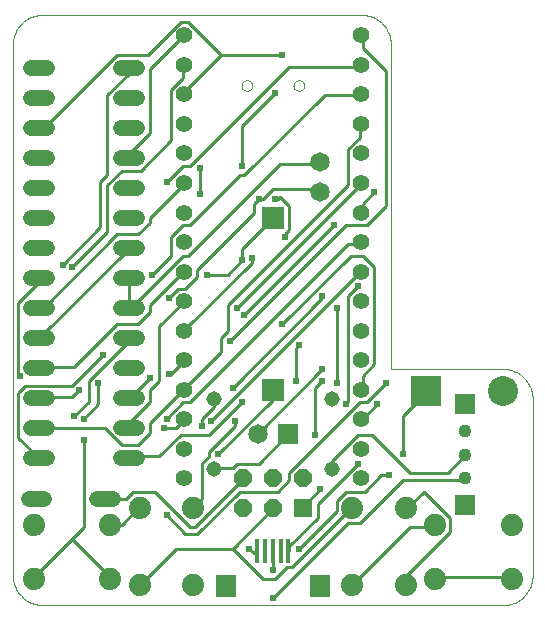
<source format=gtl>
G75*
G70*
%OFA0B0*%
%FSLAX24Y24*%
%IPPOS*%
%LPD*%
%AMOC8*
5,1,8,0,0,1.08239X$1,22.5*
%
%ADD10C,0.0000*%
%ADD11C,0.0560*%
%ADD12R,0.0760X0.0760*%
%ADD13R,0.0650X0.0650*%
%ADD14C,0.0650*%
%ADD15R,0.1000X0.1000*%
%ADD16C,0.1000*%
%ADD17R,0.0157X0.0787*%
%ADD18R,0.0709X0.0748*%
%ADD19C,0.0520*%
%ADD20C,0.0740*%
%ADD21C,0.0515*%
%ADD22R,0.0709X0.0709*%
%ADD23C,0.0436*%
%ADD24OC8,0.0600*%
%ADD25R,0.0600X0.0600*%
%ADD26C,0.0100*%
%ADD27C,0.0240*%
D10*
X001269Y001047D02*
X016592Y001047D01*
X016652Y001049D01*
X016713Y001054D01*
X016772Y001063D01*
X016831Y001076D01*
X016890Y001092D01*
X016947Y001112D01*
X017002Y001135D01*
X017057Y001162D01*
X017109Y001191D01*
X017160Y001224D01*
X017209Y001260D01*
X017255Y001298D01*
X017299Y001340D01*
X017341Y001384D01*
X017379Y001430D01*
X017415Y001479D01*
X017448Y001530D01*
X017477Y001582D01*
X017504Y001637D01*
X017527Y001692D01*
X017547Y001749D01*
X017563Y001808D01*
X017576Y001867D01*
X017585Y001926D01*
X017590Y001987D01*
X017592Y002047D01*
X017592Y007921D01*
X017590Y007981D01*
X017585Y008042D01*
X017576Y008101D01*
X017563Y008160D01*
X017547Y008219D01*
X017527Y008276D01*
X017504Y008331D01*
X017477Y008386D01*
X017448Y008438D01*
X017415Y008489D01*
X017379Y008538D01*
X017341Y008584D01*
X017299Y008628D01*
X017255Y008670D01*
X017209Y008708D01*
X017160Y008744D01*
X017109Y008777D01*
X017057Y008806D01*
X017002Y008833D01*
X016947Y008856D01*
X016890Y008876D01*
X016831Y008892D01*
X016772Y008905D01*
X016713Y008914D01*
X016652Y008919D01*
X016592Y008921D01*
X012867Y008921D01*
X012867Y019732D01*
X012865Y019792D01*
X012860Y019853D01*
X012851Y019912D01*
X012838Y019971D01*
X012822Y020030D01*
X012802Y020087D01*
X012779Y020142D01*
X012752Y020197D01*
X012723Y020249D01*
X012690Y020300D01*
X012654Y020349D01*
X012616Y020395D01*
X012574Y020439D01*
X012530Y020481D01*
X012484Y020519D01*
X012435Y020555D01*
X012384Y020588D01*
X012332Y020617D01*
X012277Y020644D01*
X012222Y020667D01*
X012165Y020687D01*
X012106Y020703D01*
X012047Y020716D01*
X011988Y020725D01*
X011927Y020730D01*
X011867Y020732D01*
X001269Y020732D01*
X001209Y020730D01*
X001148Y020725D01*
X001089Y020716D01*
X001030Y020703D01*
X000971Y020687D01*
X000914Y020667D01*
X000859Y020644D01*
X000804Y020617D01*
X000752Y020588D01*
X000701Y020555D01*
X000652Y020519D01*
X000606Y020481D01*
X000562Y020439D01*
X000520Y020395D01*
X000482Y020349D01*
X000446Y020300D01*
X000413Y020249D01*
X000384Y020197D01*
X000357Y020142D01*
X000334Y020087D01*
X000314Y020030D01*
X000298Y019971D01*
X000285Y019912D01*
X000276Y019853D01*
X000271Y019792D01*
X000269Y019732D01*
X000269Y002047D01*
X000271Y001987D01*
X000276Y001926D01*
X000285Y001867D01*
X000298Y001808D01*
X000314Y001749D01*
X000334Y001692D01*
X000357Y001637D01*
X000384Y001582D01*
X000413Y001530D01*
X000446Y001479D01*
X000482Y001430D01*
X000520Y001384D01*
X000562Y001340D01*
X000606Y001298D01*
X000652Y001260D01*
X000701Y001224D01*
X000752Y001191D01*
X000804Y001162D01*
X000859Y001135D01*
X000914Y001112D01*
X000971Y001092D01*
X001030Y001076D01*
X001089Y001063D01*
X001148Y001054D01*
X001209Y001049D01*
X001269Y001047D01*
X007887Y018370D02*
X007889Y018396D01*
X007895Y018422D01*
X007905Y018447D01*
X007918Y018470D01*
X007934Y018490D01*
X007954Y018508D01*
X007976Y018523D01*
X007999Y018535D01*
X008025Y018543D01*
X008051Y018547D01*
X008077Y018547D01*
X008103Y018543D01*
X008129Y018535D01*
X008153Y018523D01*
X008174Y018508D01*
X008194Y018490D01*
X008210Y018470D01*
X008223Y018447D01*
X008233Y018422D01*
X008239Y018396D01*
X008241Y018370D01*
X008239Y018344D01*
X008233Y018318D01*
X008223Y018293D01*
X008210Y018270D01*
X008194Y018250D01*
X008174Y018232D01*
X008152Y018217D01*
X008129Y018205D01*
X008103Y018197D01*
X008077Y018193D01*
X008051Y018193D01*
X008025Y018197D01*
X007999Y018205D01*
X007975Y018217D01*
X007954Y018232D01*
X007934Y018250D01*
X007918Y018270D01*
X007905Y018293D01*
X007895Y018318D01*
X007889Y018344D01*
X007887Y018370D01*
X009619Y018370D02*
X009621Y018396D01*
X009627Y018422D01*
X009637Y018447D01*
X009650Y018470D01*
X009666Y018490D01*
X009686Y018508D01*
X009708Y018523D01*
X009731Y018535D01*
X009757Y018543D01*
X009783Y018547D01*
X009809Y018547D01*
X009835Y018543D01*
X009861Y018535D01*
X009885Y018523D01*
X009906Y018508D01*
X009926Y018490D01*
X009942Y018470D01*
X009955Y018447D01*
X009965Y018422D01*
X009971Y018396D01*
X009973Y018370D01*
X009971Y018344D01*
X009965Y018318D01*
X009955Y018293D01*
X009942Y018270D01*
X009926Y018250D01*
X009906Y018232D01*
X009884Y018217D01*
X009861Y018205D01*
X009835Y018197D01*
X009809Y018193D01*
X009783Y018193D01*
X009757Y018197D01*
X009731Y018205D01*
X009707Y018217D01*
X009686Y018232D01*
X009666Y018250D01*
X009650Y018270D01*
X009637Y018293D01*
X009627Y018318D01*
X009621Y018344D01*
X009619Y018370D01*
D11*
X011883Y018074D03*
X011883Y017090D03*
X011883Y016106D03*
X011883Y015121D03*
X011883Y014137D03*
X011883Y013153D03*
X011883Y012169D03*
X011883Y011184D03*
X011883Y010200D03*
X011883Y009216D03*
X011883Y008232D03*
X011883Y007247D03*
X011883Y006263D03*
X011883Y005279D03*
X005977Y005279D03*
X005977Y006263D03*
X005977Y007247D03*
X005977Y008232D03*
X005977Y009216D03*
X005977Y010200D03*
X005977Y011184D03*
X005977Y012169D03*
X005977Y013153D03*
X005977Y014137D03*
X005977Y015121D03*
X005977Y016106D03*
X005977Y017090D03*
X005977Y018074D03*
X005977Y019058D03*
X005977Y020043D03*
X011883Y020043D03*
X011883Y019058D03*
D12*
X008930Y013961D03*
X008930Y008211D03*
D13*
X009430Y006755D03*
D14*
X008430Y006755D03*
X010505Y014826D03*
X010505Y015826D03*
D15*
X014048Y008177D03*
D16*
X016607Y008177D03*
D17*
X009442Y002858D03*
X009186Y002858D03*
X008930Y002858D03*
X008674Y002858D03*
X008418Y002858D03*
D18*
X007355Y001696D03*
X010505Y001696D03*
D19*
X004391Y005964D02*
X003871Y005964D01*
X003871Y006964D02*
X004391Y006964D01*
X004391Y007964D02*
X003871Y007964D01*
X003871Y008964D02*
X004391Y008964D01*
X004391Y009964D02*
X003871Y009964D01*
X003871Y010964D02*
X004391Y010964D01*
X004391Y011964D02*
X003871Y011964D01*
X003871Y012964D02*
X004391Y012964D01*
X004391Y013964D02*
X003871Y013964D01*
X003871Y014964D02*
X004391Y014964D01*
X004391Y015964D02*
X003871Y015964D01*
X003871Y016964D02*
X004391Y016964D01*
X004391Y017964D02*
X003871Y017964D01*
X003871Y018964D02*
X004391Y018964D01*
X001391Y018964D02*
X000871Y018964D01*
X000871Y017964D02*
X001391Y017964D01*
X001391Y016964D02*
X000871Y016964D01*
X000871Y015964D02*
X001391Y015964D01*
X001391Y014964D02*
X000871Y014964D01*
X000871Y013964D02*
X001391Y013964D01*
X001391Y012964D02*
X000871Y012964D01*
X000871Y011964D02*
X001391Y011964D01*
X001391Y010964D02*
X000871Y010964D01*
X000871Y009964D02*
X001391Y009964D01*
X001391Y008964D02*
X000871Y008964D01*
X000871Y007964D02*
X001391Y007964D01*
X001391Y006964D02*
X000871Y006964D01*
X000871Y005964D02*
X001391Y005964D01*
X001316Y004590D02*
X000796Y004590D01*
X003084Y004590D02*
X003604Y004590D01*
D20*
X003517Y003708D03*
X004497Y004295D03*
X006277Y004295D03*
X006277Y001735D03*
X004497Y001735D03*
X003517Y001928D03*
X000957Y001928D03*
X000957Y003708D03*
X011584Y004295D03*
X013364Y004295D03*
X014343Y003708D03*
X014343Y001928D03*
X013364Y001735D03*
X011584Y001735D03*
X016903Y001928D03*
X016903Y003708D03*
D21*
X010899Y005574D03*
X010899Y007936D03*
X006962Y007936D03*
X006962Y005574D03*
D22*
X015328Y004393D03*
X015328Y007740D03*
D23*
X015328Y006854D03*
X015328Y006066D03*
X015328Y005279D03*
D24*
X009930Y005287D03*
X008930Y005287D03*
X008930Y004287D03*
X007930Y004287D03*
X007930Y005287D03*
D25*
X009930Y004287D03*
D26*
X009954Y004354D01*
X010505Y004905D01*
X010426Y004432D02*
X011765Y005771D01*
X010899Y005850D02*
X011765Y006716D01*
X012237Y006716D01*
X013497Y005456D01*
X014757Y005456D01*
X015308Y006007D01*
X015328Y006066D01*
X015328Y005279D02*
X015308Y005220D01*
X013261Y005220D01*
X011844Y003803D01*
X011450Y003803D01*
X008930Y001283D01*
X009009Y001913D02*
X008615Y001913D01*
X007592Y002936D01*
X005702Y002936D01*
X004521Y001755D01*
X004497Y001735D01*
X003517Y001928D02*
X003497Y001992D01*
X002237Y003251D01*
X002631Y003645D01*
X002631Y006558D01*
X002631Y007267D02*
X003103Y007740D01*
X003103Y008448D01*
X002788Y008527D02*
X002788Y007818D01*
X002316Y007346D01*
X002237Y007976D02*
X002474Y008212D01*
X002237Y008370D02*
X003261Y009393D01*
X002788Y008527D02*
X004127Y009866D01*
X004127Y009944D01*
X004131Y009964D01*
X004442Y010417D02*
X003733Y010417D01*
X002316Y008999D01*
X001135Y008999D01*
X001131Y008964D01*
X000662Y008370D02*
X002237Y008370D01*
X002237Y007976D02*
X001135Y007976D01*
X001131Y007964D01*
X000662Y008370D02*
X000426Y008133D01*
X000426Y006637D01*
X001056Y006007D01*
X001131Y005964D01*
X001135Y006952D02*
X001131Y006964D01*
X001135Y006952D02*
X003340Y006952D01*
X003891Y006401D01*
X004442Y006401D01*
X004836Y006795D01*
X004836Y007110D01*
X005938Y008212D01*
X005977Y008232D01*
X006017Y008291D01*
X007198Y009472D01*
X007198Y009944D01*
X007434Y010181D01*
X007434Y011047D01*
X011450Y015062D01*
X011450Y016244D01*
X011844Y016637D01*
X011844Y017031D01*
X011883Y017090D01*
X011844Y018055D02*
X011883Y018074D01*
X011844Y018055D02*
X010662Y018055D01*
X007985Y015377D01*
X007828Y015377D01*
X006174Y013724D01*
X005938Y013724D01*
X005544Y013330D01*
X005544Y012700D01*
X004914Y012070D01*
X004131Y011964D02*
X004127Y011913D01*
X004127Y010968D01*
X004131Y010964D01*
X004206Y010968D01*
X005938Y012700D01*
X006096Y012700D01*
X009166Y015771D01*
X010505Y015771D01*
X010505Y015826D01*
X010426Y014905D02*
X010505Y014826D01*
X010426Y014905D02*
X008930Y014905D01*
X008615Y014590D01*
X008458Y014590D01*
X008300Y014432D01*
X008300Y014118D01*
X006411Y012228D01*
X006411Y011992D01*
X006017Y011598D01*
X005781Y011598D01*
X005466Y011283D01*
X005938Y011125D02*
X005977Y011184D01*
X005938Y011125D02*
X005151Y010338D01*
X005151Y008527D01*
X004836Y008212D01*
X004836Y007818D01*
X004206Y007188D01*
X004206Y007031D01*
X004131Y006964D01*
X004131Y007964D02*
X004206Y007976D01*
X004836Y008606D01*
X005466Y008763D02*
X005544Y008763D01*
X005938Y009157D01*
X005977Y009216D01*
X005977Y010200D02*
X006017Y010259D01*
X008222Y012464D01*
X008222Y012621D01*
X007907Y012543D02*
X007907Y012936D01*
X008930Y013960D01*
X008930Y013961D01*
X009009Y014590D02*
X009088Y014590D01*
X009166Y014669D01*
X009481Y014354D01*
X009481Y013566D01*
X009324Y013409D01*
X009324Y013330D01*
X007907Y012543D02*
X007434Y012070D01*
X006725Y012070D01*
X005977Y012169D02*
X005938Y012149D01*
X004836Y011047D01*
X004836Y010810D01*
X004442Y010417D01*
X004127Y012936D02*
X004131Y012964D01*
X004127Y012936D02*
X001214Y010023D01*
X001135Y010023D01*
X001131Y009964D01*
X001131Y010964D02*
X001135Y010968D01*
X001292Y010968D01*
X003733Y013409D01*
X004442Y013409D01*
X004836Y013803D01*
X004836Y013960D01*
X005938Y015062D01*
X005977Y015121D01*
X005938Y015692D02*
X005387Y015141D01*
X005938Y015692D02*
X006174Y015692D01*
X009481Y018999D01*
X011844Y018999D01*
X011883Y019058D01*
X011922Y019629D02*
X012710Y018842D01*
X012710Y014354D01*
X012080Y013724D01*
X011371Y013724D01*
X007513Y009866D01*
X007985Y010732D02*
X010977Y013724D01*
X011450Y013094D02*
X006174Y007818D01*
X005938Y007818D01*
X005387Y007267D01*
X005308Y006952D02*
X005702Y006952D01*
X005938Y007188D01*
X005977Y007247D01*
X005859Y006716D02*
X006804Y006716D01*
X007907Y007818D01*
X007592Y008291D02*
X010584Y011283D01*
X010584Y011362D01*
X011056Y010968D02*
X011056Y008448D01*
X010584Y008527D02*
X010348Y008291D01*
X010348Y006716D01*
X010899Y005850D02*
X010899Y005574D01*
X011371Y004826D02*
X011056Y004511D01*
X011056Y004196D01*
X009796Y002936D01*
X009481Y003015D02*
X009481Y002858D01*
X009442Y002858D01*
X009481Y003015D02*
X010426Y003960D01*
X010426Y004432D01*
X011371Y004826D02*
X012001Y004826D01*
X012552Y005377D01*
X012788Y005377D01*
X013261Y006086D02*
X013261Y007346D01*
X014048Y008133D01*
X014048Y008177D01*
X012710Y008448D02*
X012080Y007818D01*
X011844Y007818D01*
X009481Y005456D01*
X009481Y005220D01*
X009088Y004826D01*
X007828Y004826D01*
X006411Y003409D01*
X006017Y003409D01*
X005387Y004039D01*
X006174Y003645D02*
X004993Y004826D01*
X004285Y004826D01*
X004048Y004590D01*
X003344Y004590D01*
X003576Y003724D02*
X003517Y003708D01*
X003576Y003724D02*
X003891Y003724D01*
X004442Y004275D01*
X004497Y004295D01*
X004131Y005964D02*
X004206Y006007D01*
X005151Y006007D01*
X005859Y006716D01*
X006568Y007031D02*
X006568Y007267D01*
X006962Y007661D01*
X006962Y007936D01*
X006883Y007188D02*
X011844Y012149D01*
X011883Y012169D01*
X012316Y012307D02*
X011922Y012700D01*
X011529Y012700D01*
X009245Y010417D01*
X009796Y009708D02*
X009718Y009629D01*
X009718Y008527D01*
X008930Y008211D02*
X008930Y007897D01*
X007119Y006086D01*
X006804Y006007D02*
X006568Y005771D01*
X006568Y004590D01*
X006332Y004354D01*
X006277Y004295D01*
X006332Y003645D02*
X006174Y003645D01*
X006332Y003645D02*
X007907Y005220D01*
X007930Y005287D01*
X007592Y005614D02*
X007749Y005771D01*
X008458Y005771D01*
X009403Y006716D01*
X009430Y006755D01*
X008458Y006795D02*
X008430Y006755D01*
X008458Y006795D02*
X010584Y008921D01*
X011450Y007818D02*
X011371Y007740D01*
X011450Y007818D02*
X011450Y011362D01*
X011765Y011677D01*
X012316Y012307D02*
X012316Y009078D01*
X011922Y008684D01*
X011922Y008291D01*
X011883Y008232D01*
X012395Y007740D02*
X011922Y007267D01*
X011883Y007247D01*
X013970Y004826D02*
X013418Y004275D01*
X013364Y004295D01*
X013497Y003645D02*
X011607Y001755D01*
X011584Y001735D01*
X013364Y001735D02*
X013418Y001755D01*
X013418Y002070D01*
X014836Y003488D01*
X014836Y003960D01*
X013970Y004826D01*
X014343Y003708D02*
X014285Y003645D01*
X013497Y003645D01*
X014363Y001992D02*
X014343Y001928D01*
X014363Y001992D02*
X016883Y001992D01*
X016903Y001928D01*
X011584Y004295D02*
X011529Y004275D01*
X009560Y002307D01*
X009403Y002307D01*
X009009Y001913D01*
X008930Y002228D02*
X008930Y002858D01*
X008418Y002858D02*
X008379Y002858D01*
X008300Y002779D01*
X008143Y002936D01*
X007592Y002936D02*
X008930Y004275D01*
X008930Y004287D01*
X007592Y005614D02*
X006962Y005614D01*
X006962Y005574D01*
X006804Y006007D02*
X006804Y006165D01*
X007670Y007031D01*
X007670Y007188D01*
X007749Y010968D02*
X011844Y015062D01*
X011883Y015121D01*
X012316Y014826D02*
X011922Y014432D01*
X011922Y014196D01*
X011883Y014137D01*
X011883Y013153D02*
X011844Y013094D01*
X011450Y013094D01*
X007907Y015692D02*
X007907Y017031D01*
X009009Y018133D01*
X009245Y019393D02*
X007198Y019393D01*
X005938Y018133D01*
X005977Y018074D01*
X005544Y018212D02*
X005544Y016558D01*
X004521Y015535D01*
X003891Y015535D01*
X003418Y015062D01*
X003418Y013488D01*
X002237Y012307D01*
X001922Y012385D02*
X003182Y013645D01*
X003182Y015141D01*
X003418Y015377D01*
X003418Y018055D01*
X004127Y018763D01*
X004127Y018921D01*
X004131Y018964D01*
X003733Y019393D02*
X004757Y019393D01*
X005859Y020495D01*
X006096Y020495D01*
X007198Y019393D01*
X005977Y019058D02*
X005938Y018999D01*
X005938Y018606D01*
X005544Y018212D01*
X004836Y018921D02*
X005938Y020023D01*
X005977Y020043D01*
X004836Y018921D02*
X004836Y016795D01*
X004206Y016165D01*
X004206Y016007D01*
X004131Y015964D01*
X006489Y015614D02*
X006489Y014747D01*
X003733Y019393D02*
X001371Y017031D01*
X001135Y017031D01*
X001131Y016964D01*
X001131Y011964D02*
X001056Y011913D01*
X001056Y011755D01*
X000426Y011125D01*
X000426Y008763D01*
X000505Y008684D01*
X002237Y003251D02*
X000977Y001992D01*
X000957Y001928D01*
X011922Y019629D02*
X011922Y020023D01*
X011883Y020043D01*
D27*
X009245Y019393D03*
X009009Y018133D03*
X007907Y015692D03*
X008458Y014590D03*
X009009Y014590D03*
X009324Y013330D03*
X008222Y012621D03*
X007907Y012543D03*
X006725Y012070D03*
X005466Y011283D03*
X004914Y012070D03*
X006489Y014747D03*
X006489Y015614D03*
X005387Y015141D03*
X002237Y012307D03*
X001922Y012385D03*
X003261Y009393D03*
X003103Y008448D03*
X002474Y008212D03*
X002316Y007346D03*
X002631Y007267D03*
X002631Y006558D03*
X000505Y008684D03*
X004836Y008606D03*
X005466Y008763D03*
X005387Y007267D03*
X005308Y006952D03*
X006568Y007031D03*
X006883Y007188D03*
X007670Y007188D03*
X007907Y007818D03*
X007592Y008291D03*
X007513Y009866D03*
X007985Y010732D03*
X007749Y010968D03*
X009245Y010417D03*
X009796Y009708D03*
X010584Y008921D03*
X010584Y008527D03*
X011056Y008448D03*
X011371Y007740D03*
X012395Y007740D03*
X012710Y008448D03*
X013261Y006086D03*
X012788Y005377D03*
X011765Y005771D03*
X010505Y004905D03*
X010348Y006716D03*
X009718Y008527D03*
X011056Y010968D03*
X010584Y011362D03*
X011765Y011677D03*
X010977Y013724D03*
X012316Y014826D03*
X007119Y006086D03*
X005387Y004039D03*
X008143Y002936D03*
X008930Y002228D03*
X008930Y001283D03*
X009796Y002936D03*
M02*

</source>
